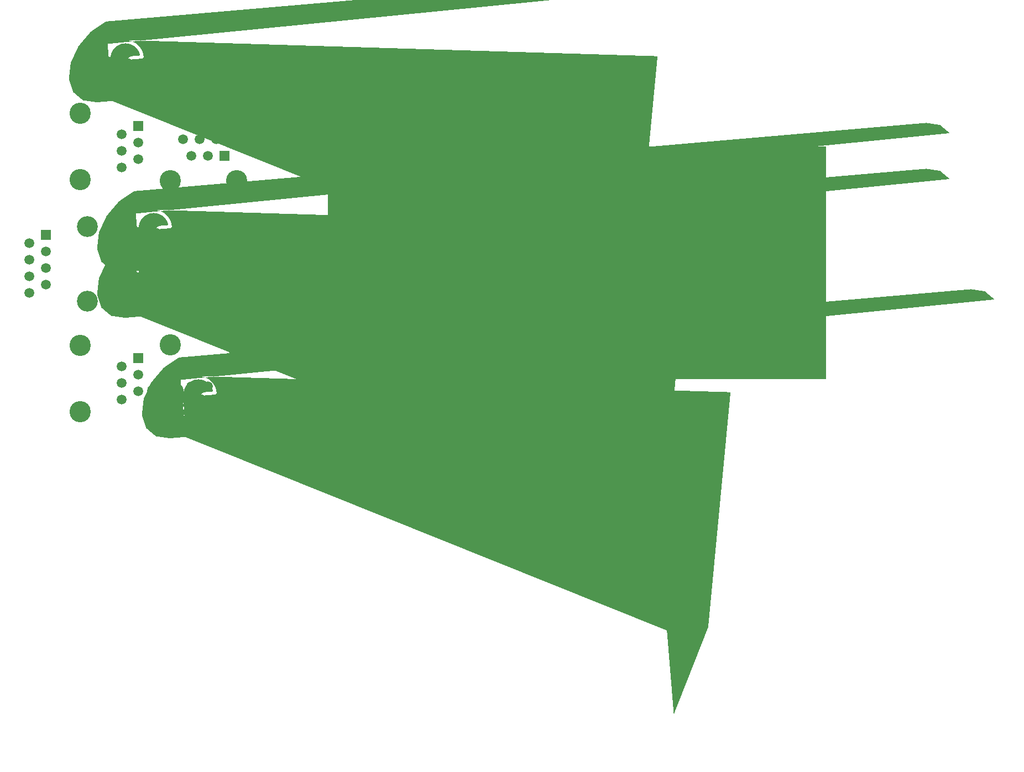
<source format=gbs>
%TF.GenerationSoftware,KiCad,Pcbnew,(6.0.5-22-g43b8adad1a)*%
%TF.CreationDate,2022-05-30T21:51:07-07:00*%
%TF.ProjectId,shadystake,73686164-7973-4746-916b-652e6b696361,rev?*%
%TF.SameCoordinates,Original*%
%TF.FileFunction,Soldermask,Bot*%
%TF.FilePolarity,Negative*%
%FSLAX46Y46*%
G04 Gerber Fmt 4.6, Leading zero omitted, Abs format (unit mm)*
G04 Created by KiCad (PCBNEW (6.0.5-22-g43b8adad1a)) date 2022-05-30 21:51:07*
%MOMM*%
%LPD*%
G01*
G04 APERTURE LIST*
G04 Aperture macros list*
%AMFreePoly0*
4,1,70,3.024478,2.747614,3.340181,2.672791,3.645063,2.561823,3.935000,2.416211,4.206072,2.237924,4.454614,2.029372,4.677264,1.793377,4.871011,1.533130,5.033235,1.252150,5.161742,0.954236,5.254795,0.643418,5.311135,0.323899,5.330000,0.000000,5.310970,-0.095671,5.256777,-0.176777,5.175671,-0.230970,5.080000,-0.250000,3.429000,-0.250000,2.921000,0.000000,3.429000,0.250000,
4.818799,0.250000,4.816435,0.287581,4.762441,0.570626,4.673398,0.844672,4.550710,1.105397,4.396312,1.348690,4.212639,1.570713,4.002587,1.767964,3.769470,1.937334,3.516963,2.076151,3.249048,2.182226,2.969952,2.253886,2.684075,2.290000,2.395925,2.290000,2.110048,2.253886,1.830952,2.182226,1.563037,2.076151,1.310530,1.937334,1.077413,1.767964,0.867361,1.570713,
0.683688,1.348690,0.529290,1.105397,0.406602,0.844672,0.317559,0.570626,0.263565,0.287581,0.246560,0.017294,0.250000,0.000000,0.230970,-0.095671,0.176777,-0.176777,0.095671,-0.230970,0.000000,-0.250000,-0.095671,-0.230970,-0.176777,-0.176777,-0.230970,-0.095671,-0.250000,0.000000,-0.231135,0.323899,-0.174795,0.643418,-0.081742,0.954236,0.046765,1.252150,0.208989,1.533130,
0.402736,1.793377,0.625386,2.029372,0.873928,2.237924,1.145000,2.416211,1.434937,2.561823,1.739819,2.672791,2.055522,2.747614,2.377776,2.785280,2.702224,2.785280,3.024478,2.747614,3.024478,2.747614,$1*%
%AMFreePoly1*
4,1,24,0.095671,4.929970,0.176777,4.875777,0.230970,4.794671,0.250000,4.699000,0.250000,0.000000,0.230970,-0.095671,0.176777,-0.176777,0.095671,-0.230970,0.000000,-0.250000,-0.095671,-0.230970,-0.176777,-0.176777,-0.230970,-0.095671,-0.250000,0.000000,-0.250000,2.798000,-1.651000,2.798000,-2.159000,3.048000,-1.651000,3.298000,-0.250000,3.298000,-0.250000,4.699000,-0.230970,4.794671,
-0.176777,4.875777,-0.095671,4.929970,0.000000,4.949000,0.095671,4.929970,0.095671,4.929970,$1*%
G04 Aperture macros list end*
%ADD10C,0.100000*%
%ADD11C,2.921000*%
%ADD12C,3.200000*%
%ADD13R,1.500000X1.500000*%
%ADD14C,1.500000*%
%ADD15C,3.250000*%
%ADD16R,1.520000X1.520000*%
%ADD17C,1.520000*%
%ADD18FreePoly0,270.000000*%
%ADD19FreePoly1,270.000000*%
%ADD20FreePoly0,180.000000*%
%ADD21FreePoly1,180.000000*%
G04 APERTURE END LIST*
D10*
X177800000Y-132080000D02*
X101600000Y-132080000D01*
X101600000Y-132080000D02*
X101600000Y-96520000D01*
X101600000Y-96520000D02*
X177800000Y-96520000D01*
X177800000Y-96520000D02*
X177800000Y-132080000D01*
G36*
X177800000Y-132080000D02*
G01*
X101600000Y-132080000D01*
X101600000Y-96520000D01*
X177800000Y-96520000D01*
X177800000Y-132080000D01*
G37*
D11*
X69532500Y-85725000D02*
G75*
G03*
X69532500Y-85725000I-1460500J0D01*
G01*
X73850500Y-111760000D02*
G75*
G03*
X73850500Y-111760000I-1460500J0D01*
G01*
X78168500Y-134681500D02*
G75*
G03*
X78168500Y-134681500I-1460500J0D01*
G01*
X73850500Y-118745000D02*
G75*
G03*
X73850500Y-118745000I-1460500J0D01*
G01*
D12*
X64750000Y-120177500D03*
X64750000Y-108747500D03*
D13*
X58400000Y-110017500D03*
D14*
X55860000Y-111287500D03*
X58400000Y-112557500D03*
X55860000Y-113827500D03*
X58400000Y-115097500D03*
X55860000Y-116367500D03*
X58400000Y-117637500D03*
X55860000Y-118907500D03*
D15*
X87630000Y-101750000D03*
X77470000Y-101750000D03*
D16*
X85720000Y-110640000D03*
D17*
X84450000Y-108100000D03*
X83180000Y-110640000D03*
X81910000Y-108100000D03*
X80640000Y-110640000D03*
X79370000Y-108100000D03*
D15*
X77470000Y-126850000D03*
X87630000Y-126850000D03*
D16*
X79380000Y-117960000D03*
D17*
X80650000Y-120500000D03*
X81920000Y-117960000D03*
X83190000Y-120500000D03*
X84460000Y-117960000D03*
X85730000Y-120500000D03*
D15*
X87630000Y-89050000D03*
X77470000Y-89050000D03*
D16*
X85720000Y-97940000D03*
D17*
X84450000Y-95400000D03*
X83180000Y-97940000D03*
X81910000Y-95400000D03*
X80640000Y-97940000D03*
X79370000Y-95400000D03*
D15*
X63650000Y-91440000D03*
X63650000Y-101600000D03*
D16*
X72540000Y-93350000D03*
D17*
X70000000Y-94620000D03*
X72540000Y-95890000D03*
X70000000Y-97160000D03*
X72540000Y-98430000D03*
X70000000Y-99700000D03*
D15*
X77470000Y-139550000D03*
X87630000Y-139550000D03*
D16*
X79380000Y-130660000D03*
D17*
X80650000Y-133200000D03*
X81920000Y-130660000D03*
X83190000Y-133200000D03*
X84460000Y-130660000D03*
X85730000Y-133200000D03*
X70000000Y-135260000D03*
X72540000Y-133990000D03*
X70000000Y-132720000D03*
X72540000Y-131450000D03*
X70000000Y-130180000D03*
D16*
X72540000Y-128910000D03*
D15*
X63650000Y-137160000D03*
X63650000Y-127000000D03*
D18*
X68072000Y-83185000D03*
D19*
X65024000Y-85725000D03*
D18*
X72390000Y-109220000D03*
D19*
X69342000Y-111760000D03*
D20*
X79248000Y-134681500D03*
D21*
X76708000Y-131633500D03*
D18*
X72390000Y-116205000D03*
D19*
X69342000Y-118745000D03*
M02*

</source>
